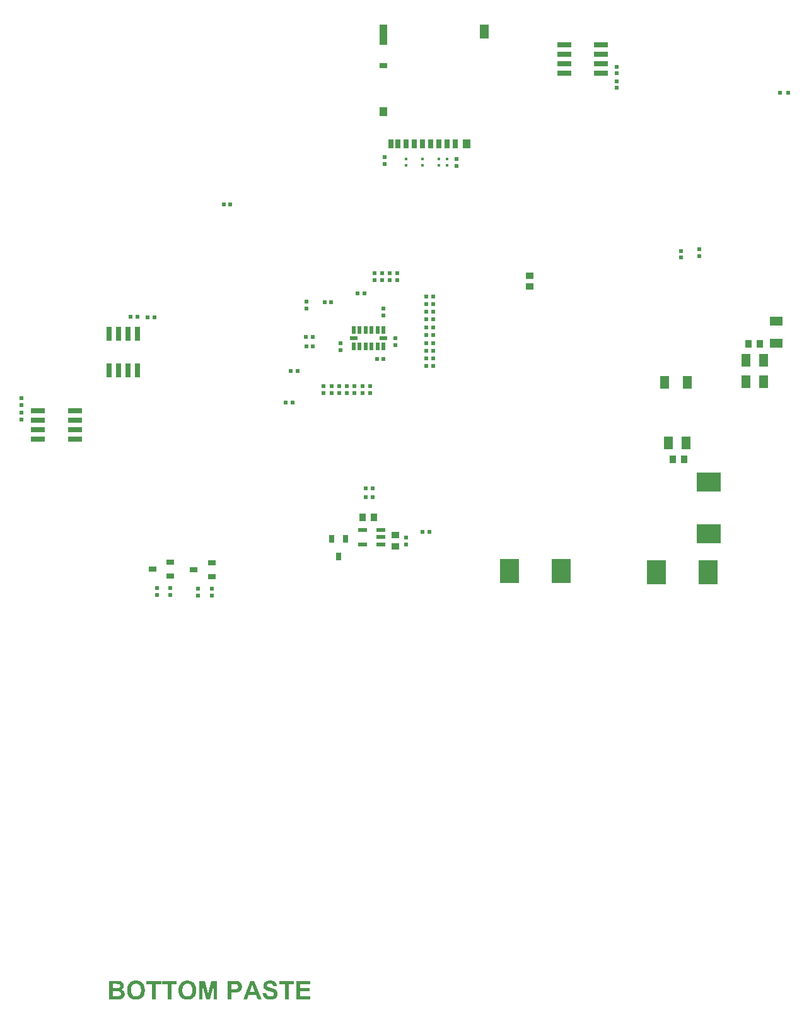
<source format=gbp>
G04*
G04 #@! TF.GenerationSoftware,Altium Limited,Altium Designer,21.4.1 (30)*
G04*
G04 Layer_Color=128*
%FSLAX25Y25*%
%MOIN*%
G70*
G04*
G04 #@! TF.SameCoordinates,04E9EE4E-D336-421F-817C-04C26E83230A*
G04*
G04*
G04 #@! TF.FilePolarity,Positive*
G04*
G01*
G75*
%ADD15R,0.02400X0.02400*%
%ADD18R,0.02756X0.07800*%
%ADD19R,0.02400X0.02400*%
%ADD23R,0.03150X0.03937*%
%ADD31R,0.04528X0.07087*%
%ADD33R,0.03400X0.03900*%
%ADD47R,0.04700X0.07100*%
%ADD48R,0.03900X0.03400*%
%ADD49R,0.07800X0.02756*%
%ADD50R,0.12992X0.09843*%
%ADD51R,0.01181X0.01575*%
%ADD141R,0.04764X0.02323*%
%ADD142R,0.09843X0.12992*%
%ADD143R,0.02000X0.02000*%
%ADD144R,0.03937X0.02362*%
%ADD145R,0.02362X0.03937*%
%ADD147R,0.03937X0.11024*%
%ADD148R,0.05118X0.07480*%
%ADD149R,0.03937X0.04724*%
%ADD150R,0.02756X0.04724*%
%ADD151R,0.03937X0.03150*%
%ADD152R,0.07087X0.04528*%
G36*
X120419Y-202196D02*
X120574Y-202209D01*
X120756Y-202224D01*
X120939Y-202252D01*
X121150Y-202280D01*
X121600Y-202378D01*
X121825Y-202449D01*
X122050Y-202519D01*
X122275Y-202617D01*
X122486Y-202730D01*
X122683Y-202856D01*
X122865Y-202997D01*
X122880Y-203011D01*
X122908Y-203039D01*
X122950Y-203081D01*
X123006Y-203137D01*
X123076Y-203222D01*
X123161Y-203320D01*
X123245Y-203433D01*
X123344Y-203559D01*
X123428Y-203714D01*
X123512Y-203869D01*
X123597Y-204051D01*
X123667Y-204248D01*
X123737Y-204445D01*
X123793Y-204670D01*
X123836Y-204895D01*
X123850Y-205148D01*
X121881Y-205218D01*
Y-205204D01*
Y-205190D01*
X121853Y-205092D01*
X121825Y-204965D01*
X121769Y-204811D01*
X121698Y-204628D01*
X121600Y-204459D01*
X121474Y-204290D01*
X121333Y-204150D01*
X121319Y-204136D01*
X121263Y-204094D01*
X121164Y-204037D01*
X121024Y-203981D01*
X120855Y-203925D01*
X120644Y-203869D01*
X120391Y-203826D01*
X120096Y-203812D01*
X119955D01*
X119800Y-203826D01*
X119618Y-203854D01*
X119407Y-203897D01*
X119182Y-203967D01*
X118971Y-204051D01*
X118774Y-204178D01*
X118760Y-204192D01*
X118732Y-204220D01*
X118676Y-204262D01*
X118619Y-204333D01*
X118563Y-204417D01*
X118507Y-204529D01*
X118479Y-204642D01*
X118465Y-204783D01*
Y-204797D01*
Y-204839D01*
X118479Y-204909D01*
X118507Y-204979D01*
X118535Y-205078D01*
X118577Y-205176D01*
X118648Y-205275D01*
X118746Y-205373D01*
X118760Y-205387D01*
X118830Y-205429D01*
X118872Y-205457D01*
X118943Y-205486D01*
X119013Y-205528D01*
X119112Y-205570D01*
X119224Y-205612D01*
X119351Y-205668D01*
X119505Y-205725D01*
X119660Y-205781D01*
X119857Y-205837D01*
X120068Y-205893D01*
X120292Y-205949D01*
X120546Y-206020D01*
X120560D01*
X120616Y-206034D01*
X120686Y-206048D01*
X120785Y-206076D01*
X120897Y-206104D01*
X121038Y-206146D01*
X121192Y-206189D01*
X121347Y-206231D01*
X121684Y-206343D01*
X122036Y-206456D01*
X122373Y-206582D01*
X122514Y-206652D01*
X122655Y-206723D01*
X122669D01*
X122683Y-206737D01*
X122767Y-206793D01*
X122894Y-206877D01*
X123048Y-206990D01*
X123217Y-207131D01*
X123400Y-207299D01*
X123582Y-207496D01*
X123737Y-207721D01*
X123751Y-207749D01*
X123793Y-207834D01*
X123864Y-207960D01*
X123934Y-208143D01*
X124004Y-208368D01*
X124075Y-208635D01*
X124117Y-208930D01*
X124131Y-209268D01*
Y-209282D01*
Y-209310D01*
Y-209352D01*
Y-209408D01*
X124117Y-209478D01*
X124103Y-209577D01*
X124075Y-209774D01*
X124018Y-210027D01*
X123934Y-210294D01*
X123808Y-210561D01*
X123653Y-210842D01*
Y-210856D01*
X123625Y-210871D01*
X123568Y-210955D01*
X123456Y-211095D01*
X123315Y-211250D01*
X123133Y-211433D01*
X122894Y-211602D01*
X122641Y-211770D01*
X122331Y-211925D01*
X122317D01*
X122289Y-211939D01*
X122247Y-211953D01*
X122177Y-211981D01*
X122092Y-212009D01*
X121994Y-212037D01*
X121881Y-212066D01*
X121755Y-212094D01*
X121600Y-212136D01*
X121445Y-212164D01*
X121080Y-212220D01*
X120672Y-212262D01*
X120222Y-212277D01*
X120039D01*
X119913Y-212262D01*
X119758Y-212248D01*
X119589Y-212234D01*
X119393Y-212206D01*
X119182Y-212164D01*
X118718Y-212066D01*
X118479Y-211995D01*
X118254Y-211925D01*
X118015Y-211827D01*
X117790Y-211714D01*
X117579Y-211588D01*
X117382Y-211433D01*
X117368Y-211419D01*
X117340Y-211391D01*
X117284Y-211349D01*
X117227Y-211278D01*
X117143Y-211180D01*
X117059Y-211067D01*
X116960Y-210941D01*
X116862Y-210800D01*
X116763Y-210631D01*
X116665Y-210449D01*
X116567Y-210238D01*
X116468Y-210013D01*
X116398Y-209774D01*
X116314Y-209507D01*
X116257Y-209226D01*
X116215Y-208930D01*
X118127Y-208747D01*
Y-208762D01*
X118141Y-208790D01*
Y-208846D01*
X118155Y-208902D01*
X118212Y-209071D01*
X118282Y-209282D01*
X118366Y-209521D01*
X118493Y-209760D01*
X118633Y-209971D01*
X118816Y-210168D01*
X118844Y-210182D01*
X118915Y-210238D01*
X119027Y-210308D01*
X119196Y-210392D01*
X119407Y-210477D01*
X119646Y-210547D01*
X119927Y-210603D01*
X120250Y-210617D01*
X120405D01*
X120574Y-210589D01*
X120785Y-210561D01*
X121010Y-210519D01*
X121249Y-210449D01*
X121474Y-210350D01*
X121670Y-210224D01*
X121698Y-210210D01*
X121755Y-210153D01*
X121825Y-210069D01*
X121923Y-209957D01*
X122008Y-209816D01*
X122092Y-209647D01*
X122148Y-209478D01*
X122162Y-209282D01*
Y-209268D01*
Y-209226D01*
X122148Y-209155D01*
X122134Y-209071D01*
X122106Y-208986D01*
X122078Y-208888D01*
X122022Y-208790D01*
X121952Y-208691D01*
X121938Y-208677D01*
X121909Y-208649D01*
X121867Y-208607D01*
X121797Y-208551D01*
X121698Y-208480D01*
X121572Y-208410D01*
X121431Y-208340D01*
X121249Y-208269D01*
X121235D01*
X121178Y-208241D01*
X121080Y-208213D01*
X121010Y-208185D01*
X120925Y-208171D01*
X120827Y-208143D01*
X120714Y-208101D01*
X120588Y-208073D01*
X120447Y-208030D01*
X120278Y-207988D01*
X120096Y-207946D01*
X119899Y-207890D01*
X119674Y-207834D01*
X119660D01*
X119604Y-207820D01*
X119519Y-207791D01*
X119421Y-207763D01*
X119294Y-207721D01*
X119140Y-207679D01*
X118985Y-207623D01*
X118802Y-207566D01*
X118437Y-207426D01*
X118085Y-207257D01*
X117902Y-207173D01*
X117748Y-207074D01*
X117593Y-206976D01*
X117466Y-206877D01*
X117452Y-206863D01*
X117424Y-206835D01*
X117382Y-206793D01*
X117326Y-206737D01*
X117255Y-206652D01*
X117185Y-206554D01*
X117101Y-206456D01*
X117031Y-206329D01*
X116862Y-206034D01*
X116721Y-205696D01*
X116665Y-205514D01*
X116623Y-205331D01*
X116595Y-205120D01*
X116581Y-204909D01*
Y-204895D01*
Y-204881D01*
Y-204839D01*
Y-204783D01*
X116609Y-204642D01*
X116637Y-204459D01*
X116679Y-204248D01*
X116749Y-204009D01*
X116848Y-203756D01*
X116988Y-203517D01*
Y-203503D01*
X117002Y-203489D01*
X117073Y-203405D01*
X117157Y-203292D01*
X117298Y-203151D01*
X117466Y-202997D01*
X117677Y-202828D01*
X117916Y-202674D01*
X118198Y-202533D01*
X118212D01*
X118240Y-202519D01*
X118282Y-202505D01*
X118338Y-202477D01*
X118422Y-202449D01*
X118507Y-202420D01*
X118619Y-202392D01*
X118746Y-202350D01*
X119027Y-202294D01*
X119351Y-202238D01*
X119716Y-202196D01*
X120124Y-202181D01*
X120292D01*
X120419Y-202196D01*
D02*
G37*
G36*
X92074Y-212094D02*
X90260D01*
X90246Y-204445D01*
X88334Y-212094D01*
X86436D01*
X84524Y-204445D01*
Y-212094D01*
X82710D01*
Y-202364D01*
X85649D01*
X87392Y-209015D01*
X89122Y-202364D01*
X92074D01*
Y-212094D01*
D02*
G37*
G36*
X141326Y-204009D02*
X136082D01*
Y-206160D01*
X140961D01*
Y-207805D01*
X136082D01*
Y-210449D01*
X141509D01*
Y-212094D01*
X134114D01*
Y-202364D01*
X141326D01*
Y-204009D01*
D02*
G37*
G36*
X132834D02*
X129966D01*
Y-212094D01*
X127997D01*
Y-204009D01*
X125115D01*
Y-202364D01*
X132834D01*
Y-204009D01*
D02*
G37*
G36*
X115681Y-212094D02*
X113558D01*
X112714Y-209886D01*
X108806D01*
X108004Y-212094D01*
X105923D01*
X109691Y-202364D01*
X111772D01*
X115681Y-212094D01*
D02*
G37*
G36*
X101593Y-202378D02*
X101958D01*
X102352Y-202406D01*
X102746Y-202434D01*
X102914Y-202449D01*
X103083Y-202463D01*
X103224Y-202491D01*
X103336Y-202519D01*
X103350D01*
X103378Y-202533D01*
X103420Y-202547D01*
X103477Y-202561D01*
X103631Y-202631D01*
X103828Y-202716D01*
X104039Y-202842D01*
X104278Y-203011D01*
X104503Y-203222D01*
X104728Y-203475D01*
Y-203489D01*
X104756Y-203503D01*
X104784Y-203545D01*
X104812Y-203602D01*
X104869Y-203686D01*
X104911Y-203770D01*
X104967Y-203869D01*
X105023Y-203981D01*
X105122Y-204262D01*
X105220Y-204572D01*
X105276Y-204951D01*
X105305Y-205359D01*
Y-205373D01*
Y-205401D01*
Y-205443D01*
Y-205514D01*
X105290Y-205584D01*
Y-205682D01*
X105262Y-205879D01*
X105220Y-206118D01*
X105164Y-206385D01*
X105080Y-206638D01*
X104967Y-206877D01*
X104953Y-206906D01*
X104911Y-206976D01*
X104841Y-207088D01*
X104742Y-207229D01*
X104630Y-207369D01*
X104475Y-207538D01*
X104320Y-207693D01*
X104138Y-207834D01*
X104109Y-207848D01*
X104053Y-207890D01*
X103955Y-207946D01*
X103828Y-208016D01*
X103674Y-208101D01*
X103505Y-208171D01*
X103322Y-208241D01*
X103125Y-208297D01*
X103097D01*
X103055Y-208312D01*
X102999D01*
X102928Y-208326D01*
X102830Y-208340D01*
X102732Y-208354D01*
X102605D01*
X102479Y-208368D01*
X102324Y-208382D01*
X102155Y-208396D01*
X101972Y-208410D01*
X101776D01*
X101565Y-208424D01*
X99821D01*
Y-212094D01*
X97853D01*
Y-202364D01*
X101438D01*
X101593Y-202378D01*
D02*
G37*
G36*
X70886Y-204009D02*
X68017D01*
Y-212094D01*
X66049D01*
Y-204009D01*
X63167D01*
Y-202364D01*
X70886D01*
Y-204009D01*
D02*
G37*
G36*
X62576D02*
X59708D01*
Y-212094D01*
X57740D01*
Y-204009D01*
X54857D01*
Y-202364D01*
X62576D01*
Y-204009D01*
D02*
G37*
G36*
X39687Y-202378D02*
X39968Y-202392D01*
X40249Y-202406D01*
X40516Y-202434D01*
X40755Y-202463D01*
X40783D01*
X40854Y-202477D01*
X40952Y-202505D01*
X41093Y-202547D01*
X41247Y-202603D01*
X41416Y-202674D01*
X41599Y-202758D01*
X41767Y-202870D01*
X41781Y-202884D01*
X41838Y-202927D01*
X41922Y-202997D01*
X42035Y-203081D01*
X42147Y-203208D01*
X42274Y-203348D01*
X42400Y-203503D01*
X42513Y-203686D01*
X42527Y-203714D01*
X42555Y-203770D01*
X42611Y-203883D01*
X42667Y-204023D01*
X42724Y-204192D01*
X42780Y-204375D01*
X42808Y-204600D01*
X42822Y-204825D01*
Y-204839D01*
Y-204853D01*
Y-204937D01*
X42808Y-205064D01*
X42780Y-205232D01*
X42724Y-205429D01*
X42667Y-205640D01*
X42569Y-205851D01*
X42442Y-206076D01*
X42428Y-206104D01*
X42372Y-206174D01*
X42288Y-206273D01*
X42189Y-206399D01*
X42049Y-206526D01*
X41880Y-206681D01*
X41683Y-206807D01*
X41458Y-206934D01*
X41472D01*
X41500Y-206948D01*
X41543Y-206962D01*
X41599Y-206976D01*
X41767Y-207046D01*
X41964Y-207145D01*
X42175Y-207257D01*
X42414Y-207412D01*
X42625Y-207594D01*
X42822Y-207820D01*
X42836Y-207848D01*
X42892Y-207932D01*
X42977Y-208059D01*
X43061Y-208227D01*
X43145Y-208452D01*
X43230Y-208691D01*
X43286Y-208972D01*
X43300Y-209282D01*
Y-209296D01*
Y-209310D01*
Y-209394D01*
X43286Y-209521D01*
X43258Y-209689D01*
X43230Y-209886D01*
X43173Y-210111D01*
X43089Y-210336D01*
X42991Y-210575D01*
X42977Y-210603D01*
X42934Y-210674D01*
X42864Y-210786D01*
X42766Y-210927D01*
X42653Y-211095D01*
X42498Y-211250D01*
X42344Y-211419D01*
X42147Y-211574D01*
X42119Y-211588D01*
X42049Y-211630D01*
X41936Y-211700D01*
X41781Y-211770D01*
X41585Y-211855D01*
X41360Y-211925D01*
X41107Y-211995D01*
X40825Y-212037D01*
X40769D01*
X40713Y-212052D01*
X40572D01*
X40474Y-212066D01*
X40207D01*
X40038Y-212080D01*
X39616D01*
X39377Y-212094D01*
X35159D01*
Y-202364D01*
X39433D01*
X39687Y-202378D01*
D02*
G37*
G36*
X76664Y-202196D02*
X76805D01*
X76988Y-202224D01*
X77199Y-202252D01*
X77438Y-202294D01*
X77691Y-202350D01*
X77958Y-202420D01*
X78239Y-202505D01*
X78520Y-202617D01*
X78816Y-202744D01*
X79097Y-202899D01*
X79378Y-203081D01*
X79645Y-203292D01*
X79898Y-203531D01*
X79912Y-203545D01*
X79954Y-203587D01*
X80025Y-203672D01*
X80095Y-203770D01*
X80193Y-203911D01*
X80306Y-204080D01*
X80418Y-204276D01*
X80545Y-204501D01*
X80671Y-204740D01*
X80784Y-205022D01*
X80896Y-205331D01*
X80995Y-205654D01*
X81079Y-206020D01*
X81135Y-206399D01*
X81178Y-206807D01*
X81192Y-207243D01*
Y-207271D01*
Y-207341D01*
X81178Y-207468D01*
Y-207637D01*
X81150Y-207834D01*
X81121Y-208059D01*
X81079Y-208326D01*
X81037Y-208593D01*
X80967Y-208888D01*
X80882Y-209197D01*
X80770Y-209507D01*
X80643Y-209816D01*
X80503Y-210111D01*
X80320Y-210406D01*
X80123Y-210688D01*
X79898Y-210955D01*
X79884Y-210969D01*
X79842Y-211011D01*
X79772Y-211081D01*
X79659Y-211166D01*
X79533Y-211264D01*
X79378Y-211377D01*
X79195Y-211489D01*
X78998Y-211616D01*
X78759Y-211742D01*
X78506Y-211855D01*
X78225Y-211967D01*
X77916Y-212066D01*
X77592Y-212150D01*
X77241Y-212220D01*
X76875Y-212262D01*
X76482Y-212277D01*
X76383D01*
X76271Y-212262D01*
X76130Y-212248D01*
X75947Y-212234D01*
X75736Y-212206D01*
X75497Y-212164D01*
X75244Y-212108D01*
X74963Y-212037D01*
X74696Y-211953D01*
X74401Y-211841D01*
X74120Y-211714D01*
X73824Y-211574D01*
X73557Y-211391D01*
X73290Y-211194D01*
X73037Y-210955D01*
X73023Y-210941D01*
X72981Y-210899D01*
X72924Y-210814D01*
X72840Y-210716D01*
X72742Y-210575D01*
X72629Y-210406D01*
X72517Y-210224D01*
X72404Y-209999D01*
X72278Y-209760D01*
X72165Y-209478D01*
X72053Y-209183D01*
X71954Y-208860D01*
X71870Y-208508D01*
X71814Y-208129D01*
X71772Y-207721D01*
X71757Y-207299D01*
Y-207285D01*
Y-207229D01*
Y-207159D01*
X71772Y-207046D01*
Y-206920D01*
X71785Y-206779D01*
X71800Y-206610D01*
X71814Y-206428D01*
X71870Y-206034D01*
X71940Y-205612D01*
X72053Y-205190D01*
X72193Y-204797D01*
Y-204783D01*
X72207Y-204768D01*
X72235Y-204726D01*
X72250Y-204670D01*
X72334Y-204529D01*
X72432Y-204347D01*
X72559Y-204136D01*
X72714Y-203925D01*
X72896Y-203686D01*
X73093Y-203461D01*
X73107Y-203447D01*
X73121Y-203433D01*
X73191Y-203362D01*
X73318Y-203250D01*
X73473Y-203123D01*
X73655Y-202983D01*
X73866Y-202828D01*
X74105Y-202688D01*
X74358Y-202575D01*
X74373D01*
X74401Y-202561D01*
X74457Y-202533D01*
X74527Y-202519D01*
X74612Y-202477D01*
X74710Y-202449D01*
X74836Y-202420D01*
X74963Y-202378D01*
X75272Y-202308D01*
X75624Y-202238D01*
X76032Y-202196D01*
X76453Y-202181D01*
X76552D01*
X76664Y-202196D01*
D02*
G37*
G36*
X49472D02*
X49613D01*
X49796Y-202224D01*
X50007Y-202252D01*
X50246Y-202294D01*
X50499Y-202350D01*
X50766Y-202420D01*
X51047Y-202505D01*
X51328Y-202617D01*
X51623Y-202744D01*
X51905Y-202899D01*
X52186Y-203081D01*
X52453Y-203292D01*
X52706Y-203531D01*
X52720Y-203545D01*
X52762Y-203587D01*
X52833Y-203672D01*
X52903Y-203770D01*
X53001Y-203911D01*
X53114Y-204080D01*
X53226Y-204276D01*
X53353Y-204501D01*
X53479Y-204740D01*
X53592Y-205022D01*
X53704Y-205331D01*
X53803Y-205654D01*
X53887Y-206020D01*
X53943Y-206399D01*
X53986Y-206807D01*
X54000Y-207243D01*
Y-207271D01*
Y-207341D01*
X53986Y-207468D01*
Y-207637D01*
X53957Y-207834D01*
X53929Y-208059D01*
X53887Y-208326D01*
X53845Y-208593D01*
X53775Y-208888D01*
X53690Y-209197D01*
X53578Y-209507D01*
X53451Y-209816D01*
X53311Y-210111D01*
X53128Y-210406D01*
X52931Y-210688D01*
X52706Y-210955D01*
X52692Y-210969D01*
X52650Y-211011D01*
X52579Y-211081D01*
X52467Y-211166D01*
X52341Y-211264D01*
X52186Y-211377D01*
X52003Y-211489D01*
X51806Y-211616D01*
X51567Y-211742D01*
X51314Y-211855D01*
X51033Y-211967D01*
X50724Y-212066D01*
X50400Y-212150D01*
X50049Y-212220D01*
X49683Y-212262D01*
X49290Y-212277D01*
X49191D01*
X49079Y-212262D01*
X48938Y-212248D01*
X48755Y-212234D01*
X48544Y-212206D01*
X48305Y-212164D01*
X48052Y-212108D01*
X47771Y-212037D01*
X47504Y-211953D01*
X47209Y-211841D01*
X46927Y-211714D01*
X46632Y-211574D01*
X46365Y-211391D01*
X46098Y-211194D01*
X45845Y-210955D01*
X45831Y-210941D01*
X45789Y-210899D01*
X45732Y-210814D01*
X45648Y-210716D01*
X45549Y-210575D01*
X45437Y-210406D01*
X45325Y-210224D01*
X45212Y-209999D01*
X45086Y-209760D01*
X44973Y-209478D01*
X44861Y-209183D01*
X44762Y-208860D01*
X44678Y-208508D01*
X44622Y-208129D01*
X44579Y-207721D01*
X44565Y-207299D01*
Y-207285D01*
Y-207229D01*
Y-207159D01*
X44579Y-207046D01*
Y-206920D01*
X44594Y-206779D01*
X44607Y-206610D01*
X44622Y-206428D01*
X44678Y-206034D01*
X44748Y-205612D01*
X44861Y-205190D01*
X45001Y-204797D01*
Y-204783D01*
X45015Y-204768D01*
X45043Y-204726D01*
X45057Y-204670D01*
X45142Y-204529D01*
X45240Y-204347D01*
X45367Y-204136D01*
X45521Y-203925D01*
X45704Y-203686D01*
X45901Y-203461D01*
X45915Y-203447D01*
X45929Y-203433D01*
X46000Y-203362D01*
X46126Y-203250D01*
X46281Y-203123D01*
X46464Y-202983D01*
X46674Y-202828D01*
X46913Y-202688D01*
X47166Y-202575D01*
X47181D01*
X47209Y-202561D01*
X47265Y-202533D01*
X47335Y-202519D01*
X47420Y-202477D01*
X47518Y-202449D01*
X47644Y-202420D01*
X47771Y-202378D01*
X48080Y-202308D01*
X48432Y-202238D01*
X48840Y-202196D01*
X49261Y-202181D01*
X49360D01*
X49472Y-202196D01*
D02*
G37*
%LPC*%
G36*
X110718Y-204628D02*
X109396Y-208241D01*
X112082D01*
X110718Y-204628D01*
D02*
G37*
G36*
X101283Y-204009D02*
X99821D01*
Y-206779D01*
X101171D01*
X101269Y-206765D01*
X101522D01*
X101776Y-206751D01*
X102029Y-206723D01*
X102253Y-206681D01*
X102352Y-206667D01*
X102436Y-206638D01*
X102450Y-206624D01*
X102507Y-206610D01*
X102577Y-206568D01*
X102661Y-206526D01*
X102760Y-206456D01*
X102858Y-206371D01*
X102971Y-206273D01*
X103055Y-206160D01*
X103069Y-206146D01*
X103097Y-206104D01*
X103125Y-206034D01*
X103167Y-205935D01*
X103210Y-205823D01*
X103252Y-205696D01*
X103266Y-205556D01*
X103280Y-205401D01*
Y-205373D01*
Y-205317D01*
X103266Y-205218D01*
X103238Y-205092D01*
X103196Y-204951D01*
X103139Y-204797D01*
X103069Y-204656D01*
X102956Y-204515D01*
X102943Y-204501D01*
X102900Y-204459D01*
X102830Y-204403D01*
X102746Y-204333D01*
X102633Y-204248D01*
X102493Y-204178D01*
X102338Y-204122D01*
X102169Y-204080D01*
X102155D01*
X102099Y-204065D01*
X102000Y-204051D01*
X101860Y-204037D01*
X101677D01*
X101550Y-204023D01*
X101424D01*
X101283Y-204009D01*
D02*
G37*
G36*
X39082Y-203981D02*
X37128D01*
Y-206231D01*
X39012D01*
X39251Y-206217D01*
X39687D01*
X39771Y-206203D01*
X39855D01*
X39911Y-206189D01*
X39996Y-206174D01*
X40122Y-206132D01*
X40249Y-206090D01*
X40376Y-206034D01*
X40502Y-205963D01*
X40615Y-205865D01*
X40629Y-205851D01*
X40657Y-205809D01*
X40713Y-205753D01*
X40769Y-205654D01*
X40811Y-205542D01*
X40868Y-205415D01*
X40896Y-205261D01*
X40910Y-205092D01*
Y-205078D01*
Y-205022D01*
X40896Y-204937D01*
X40882Y-204825D01*
X40854Y-204712D01*
X40797Y-204600D01*
X40741Y-204473D01*
X40657Y-204361D01*
X40643Y-204347D01*
X40615Y-204318D01*
X40544Y-204262D01*
X40474Y-204206D01*
X40361Y-204150D01*
X40235Y-204094D01*
X40080Y-204051D01*
X39911Y-204023D01*
X39897D01*
X39841Y-204009D01*
X39687D01*
X39602Y-203995D01*
X39237D01*
X39082Y-203981D01*
D02*
G37*
G36*
X39166Y-207848D02*
X37128D01*
Y-210449D01*
X39293D01*
X39504Y-210435D01*
X39729D01*
X39954Y-210421D01*
X40137Y-210406D01*
X40221D01*
X40277Y-210392D01*
X40291D01*
X40347Y-210378D01*
X40432Y-210350D01*
X40530Y-210322D01*
X40643Y-210266D01*
X40769Y-210196D01*
X40882Y-210111D01*
X40994Y-210013D01*
X41008Y-209999D01*
X41036Y-209957D01*
X41078Y-209886D01*
X41135Y-209788D01*
X41191Y-209675D01*
X41233Y-209535D01*
X41261Y-209366D01*
X41275Y-209183D01*
Y-209169D01*
Y-209113D01*
X41261Y-209029D01*
X41247Y-208930D01*
X41219Y-208804D01*
X41177Y-208691D01*
X41121Y-208565D01*
X41050Y-208438D01*
X41036Y-208424D01*
X41008Y-208382D01*
X40966Y-208326D01*
X40896Y-208269D01*
X40811Y-208185D01*
X40699Y-208115D01*
X40572Y-208044D01*
X40432Y-207988D01*
X40418D01*
X40347Y-207960D01*
X40235Y-207946D01*
X40165Y-207932D01*
X40066Y-207918D01*
X39968Y-207904D01*
X39841Y-207890D01*
X39701Y-207876D01*
X39532D01*
X39363Y-207862D01*
X39166Y-207848D01*
D02*
G37*
G36*
X76482Y-203854D02*
X76369D01*
X76285Y-203869D01*
X76172Y-203883D01*
X76060Y-203897D01*
X75779Y-203953D01*
X75469Y-204065D01*
X75301Y-204122D01*
X75132Y-204206D01*
X74977Y-204305D01*
X74808Y-204417D01*
X74654Y-204543D01*
X74513Y-204698D01*
X74499Y-204712D01*
X74485Y-204740D01*
X74443Y-204783D01*
X74401Y-204853D01*
X74344Y-204951D01*
X74288Y-205050D01*
X74218Y-205176D01*
X74148Y-205331D01*
X74077Y-205500D01*
X74007Y-205682D01*
X73951Y-205893D01*
X73895Y-206118D01*
X73852Y-206371D01*
X73810Y-206638D01*
X73796Y-206920D01*
X73782Y-207229D01*
Y-207243D01*
Y-207299D01*
Y-207384D01*
X73796Y-207496D01*
X73810Y-207637D01*
X73824Y-207805D01*
X73852Y-207974D01*
X73880Y-208171D01*
X73965Y-208579D01*
X74105Y-208986D01*
X74190Y-209197D01*
X74288Y-209394D01*
X74415Y-209577D01*
X74541Y-209746D01*
X74555Y-209760D01*
X74584Y-209788D01*
X74626Y-209830D01*
X74682Y-209872D01*
X74752Y-209943D01*
X74851Y-210013D01*
X74949Y-210097D01*
X75076Y-210168D01*
X75343Y-210336D01*
X75680Y-210463D01*
X75863Y-210519D01*
X76060Y-210561D01*
X76271Y-210589D01*
X76482Y-210603D01*
X76594D01*
X76678Y-210589D01*
X76777Y-210575D01*
X76889Y-210561D01*
X77156Y-210491D01*
X77466Y-210392D01*
X77620Y-210322D01*
X77789Y-210252D01*
X77944Y-210153D01*
X78113Y-210041D01*
X78267Y-209914D01*
X78408Y-209760D01*
X78422Y-209746D01*
X78436Y-209718D01*
X78478Y-209675D01*
X78520Y-209605D01*
X78591Y-209507D01*
X78647Y-209394D01*
X78717Y-209268D01*
X78787Y-209113D01*
X78858Y-208944D01*
X78928Y-208762D01*
X78998Y-208551D01*
X79054Y-208312D01*
X79097Y-208073D01*
X79139Y-207805D01*
X79153Y-207510D01*
X79167Y-207201D01*
Y-207187D01*
Y-207131D01*
Y-207046D01*
X79153Y-206920D01*
X79139Y-206779D01*
X79125Y-206624D01*
X79111Y-206442D01*
X79069Y-206259D01*
X78984Y-205851D01*
X78858Y-205429D01*
X78773Y-205218D01*
X78675Y-205036D01*
X78548Y-204853D01*
X78422Y-204684D01*
X78408Y-204670D01*
X78394Y-204642D01*
X78351Y-204614D01*
X78295Y-204557D01*
X78211Y-204487D01*
X78127Y-204417D01*
X78028Y-204347D01*
X77902Y-204262D01*
X77775Y-204192D01*
X77620Y-204122D01*
X77297Y-203981D01*
X77114Y-203925D01*
X76917Y-203897D01*
X76706Y-203869D01*
X76482Y-203854D01*
D02*
G37*
G36*
X49290D02*
X49177D01*
X49093Y-203869D01*
X48980Y-203883D01*
X48868Y-203897D01*
X48586Y-203953D01*
X48277Y-204065D01*
X48109Y-204122D01*
X47940Y-204206D01*
X47785Y-204305D01*
X47616Y-204417D01*
X47462Y-204543D01*
X47321Y-204698D01*
X47307Y-204712D01*
X47293Y-204740D01*
X47251Y-204783D01*
X47209Y-204853D01*
X47152Y-204951D01*
X47096Y-205050D01*
X47026Y-205176D01*
X46955Y-205331D01*
X46885Y-205500D01*
X46815Y-205682D01*
X46759Y-205893D01*
X46703Y-206118D01*
X46660Y-206371D01*
X46618Y-206638D01*
X46604Y-206920D01*
X46590Y-207229D01*
Y-207243D01*
Y-207299D01*
Y-207384D01*
X46604Y-207496D01*
X46618Y-207637D01*
X46632Y-207805D01*
X46660Y-207974D01*
X46688Y-208171D01*
X46773Y-208579D01*
X46913Y-208986D01*
X46998Y-209197D01*
X47096Y-209394D01*
X47223Y-209577D01*
X47349Y-209746D01*
X47363Y-209760D01*
X47391Y-209788D01*
X47434Y-209830D01*
X47490Y-209872D01*
X47560Y-209943D01*
X47659Y-210013D01*
X47757Y-210097D01*
X47883Y-210168D01*
X48151Y-210336D01*
X48488Y-210463D01*
X48671Y-210519D01*
X48868Y-210561D01*
X49079Y-210589D01*
X49290Y-210603D01*
X49402D01*
X49486Y-210589D01*
X49585Y-210575D01*
X49697Y-210561D01*
X49964Y-210491D01*
X50274Y-210392D01*
X50428Y-210322D01*
X50597Y-210252D01*
X50752Y-210153D01*
X50920Y-210041D01*
X51075Y-209914D01*
X51216Y-209760D01*
X51230Y-209746D01*
X51244Y-209718D01*
X51286Y-209675D01*
X51328Y-209605D01*
X51398Y-209507D01*
X51455Y-209394D01*
X51525Y-209268D01*
X51595Y-209113D01*
X51666Y-208944D01*
X51736Y-208762D01*
X51806Y-208551D01*
X51863Y-208312D01*
X51905Y-208073D01*
X51947Y-207805D01*
X51961Y-207510D01*
X51975Y-207201D01*
Y-207187D01*
Y-207131D01*
Y-207046D01*
X51961Y-206920D01*
X51947Y-206779D01*
X51933Y-206624D01*
X51919Y-206442D01*
X51876Y-206259D01*
X51792Y-205851D01*
X51666Y-205429D01*
X51581Y-205218D01*
X51483Y-205036D01*
X51356Y-204853D01*
X51230Y-204684D01*
X51216Y-204670D01*
X51202Y-204642D01*
X51160Y-204614D01*
X51103Y-204557D01*
X51019Y-204487D01*
X50934Y-204417D01*
X50836Y-204347D01*
X50710Y-204262D01*
X50583Y-204192D01*
X50428Y-204122D01*
X50105Y-203981D01*
X49922Y-203925D01*
X49725Y-203897D01*
X49514Y-203869D01*
X49290Y-203854D01*
D02*
G37*
%LPD*%
D15*
X157399Y130892D02*
D03*
Y134457D02*
D03*
X179362Y171408D02*
D03*
Y167842D02*
D03*
X175274Y167831D02*
D03*
Y171397D02*
D03*
X60331Y5193D02*
D03*
Y1628D02*
D03*
X82056Y4744D02*
D03*
Y1178D02*
D03*
X192019Y28336D02*
D03*
Y31902D02*
D03*
X183451Y171420D02*
D03*
Y167854D02*
D03*
X218635Y228223D02*
D03*
Y231789D02*
D03*
X180843Y232807D02*
D03*
Y229241D02*
D03*
X187551Y171420D02*
D03*
Y167854D02*
D03*
X173076Y108273D02*
D03*
Y111839D02*
D03*
X168976Y108273D02*
D03*
Y111839D02*
D03*
X164876Y108273D02*
D03*
Y111839D02*
D03*
X139500Y156500D02*
D03*
Y152934D02*
D03*
X160776Y108273D02*
D03*
Y111839D02*
D03*
X156676Y108273D02*
D03*
Y111839D02*
D03*
X152576Y108273D02*
D03*
Y111839D02*
D03*
X148476Y108273D02*
D03*
Y111839D02*
D03*
X-11224Y97898D02*
D03*
Y94332D02*
D03*
X303398Y277098D02*
D03*
Y280664D02*
D03*
X-11201Y105564D02*
D03*
Y101998D02*
D03*
X89313Y1178D02*
D03*
Y4744D02*
D03*
X67545Y1628D02*
D03*
Y5193D02*
D03*
X180046Y152679D02*
D03*
Y149113D02*
D03*
X303375Y269432D02*
D03*
Y272998D02*
D03*
X186546Y133569D02*
D03*
Y137135D02*
D03*
X337297Y179758D02*
D03*
Y183324D02*
D03*
X347083Y180483D02*
D03*
Y184049D02*
D03*
D18*
X35023Y139663D02*
D03*
X40023D02*
D03*
X45023D02*
D03*
X50023D02*
D03*
Y120263D02*
D03*
X45023D02*
D03*
X40023D02*
D03*
X35023D02*
D03*
D19*
X46365Y148350D02*
D03*
X49931D02*
D03*
X55476Y148248D02*
D03*
X59042D02*
D03*
X170726Y57884D02*
D03*
X174291D02*
D03*
X170786Y53313D02*
D03*
X174352D02*
D03*
X170026Y160984D02*
D03*
X166460D02*
D03*
X180142Y126204D02*
D03*
X176576D02*
D03*
X204315Y34968D02*
D03*
X200749D02*
D03*
X95647Y207976D02*
D03*
X99213D02*
D03*
X206236Y155210D02*
D03*
X202671D02*
D03*
X139268Y132834D02*
D03*
X142834D02*
D03*
X202671Y151110D02*
D03*
X206236D02*
D03*
X202682Y147022D02*
D03*
X206248D02*
D03*
X202694Y142933D02*
D03*
X206260D02*
D03*
X202682Y138758D02*
D03*
X206248D02*
D03*
X206236Y159310D02*
D03*
X202671D02*
D03*
X131937Y103026D02*
D03*
X128371D02*
D03*
X148962Y156125D02*
D03*
X152528D02*
D03*
X202694Y134669D02*
D03*
X206260D02*
D03*
X202705Y130581D02*
D03*
X206271D02*
D03*
X202705Y126481D02*
D03*
X206271D02*
D03*
X202705Y122381D02*
D03*
X206271D02*
D03*
X131124Y119898D02*
D03*
X134690D02*
D03*
X139214Y137924D02*
D03*
X142780D02*
D03*
D23*
X152733Y31150D02*
D03*
X160213D02*
D03*
X156473Y21701D02*
D03*
D31*
X328783Y113779D02*
D03*
X340595D02*
D03*
D33*
X174947Y42574D02*
D03*
X169051D02*
D03*
X379032Y134108D02*
D03*
X373136D02*
D03*
X333035Y73293D02*
D03*
X338931D02*
D03*
D47*
X380985Y125487D02*
D03*
X371567D02*
D03*
X371720Y114252D02*
D03*
X381137D02*
D03*
X330771Y81911D02*
D03*
X340188D02*
D03*
D48*
X186233Y27142D02*
D03*
Y33038D02*
D03*
X257285Y170297D02*
D03*
Y164401D02*
D03*
D49*
X275632Y292098D02*
D03*
Y287098D02*
D03*
Y282098D02*
D03*
Y277098D02*
D03*
X295032D02*
D03*
Y282098D02*
D03*
Y287098D02*
D03*
Y292098D02*
D03*
X-2470Y83746D02*
D03*
Y88746D02*
D03*
Y93746D02*
D03*
Y98746D02*
D03*
X16930D02*
D03*
Y93746D02*
D03*
Y88746D02*
D03*
Y83746D02*
D03*
D50*
X352063Y61156D02*
D03*
Y33990D02*
D03*
D51*
X191982Y228482D02*
D03*
Y231789D02*
D03*
X200643Y228482D02*
D03*
Y231789D02*
D03*
X213635Y228482D02*
D03*
Y231789D02*
D03*
X209304Y228482D02*
D03*
Y231789D02*
D03*
D141*
X168913Y35759D02*
D03*
Y28279D02*
D03*
X178795D02*
D03*
Y32019D02*
D03*
Y35759D02*
D03*
D142*
X246773Y14239D02*
D03*
X273938D02*
D03*
X324549Y13423D02*
D03*
X351714D02*
D03*
D143*
X393987Y266710D02*
D03*
X389657D02*
D03*
D144*
X164298Y137135D02*
D03*
X180046D02*
D03*
D145*
X167447Y141411D02*
D03*
X170597D02*
D03*
X173747D02*
D03*
X176896D02*
D03*
X164298D02*
D03*
X180046D02*
D03*
X164298Y132858D02*
D03*
X167447D02*
D03*
X170597D02*
D03*
X173747D02*
D03*
X176896D02*
D03*
X180046D02*
D03*
D147*
X180173Y297466D02*
D03*
D148*
X233322Y299238D02*
D03*
D149*
X180171Y256718D02*
D03*
X224068Y239789D02*
D03*
D150*
X183911D02*
D03*
X196312D02*
D03*
X204974D02*
D03*
X213635D02*
D03*
X187651D02*
D03*
X200643D02*
D03*
X217966D02*
D03*
X209304D02*
D03*
X191982D02*
D03*
D151*
X180171Y281127D02*
D03*
X89312Y18521D02*
D03*
Y11041D02*
D03*
X79863Y14781D02*
D03*
X67544Y18884D02*
D03*
Y11404D02*
D03*
X58095Y15144D02*
D03*
D152*
X387836Y146319D02*
D03*
Y134508D02*
D03*
M02*

</source>
